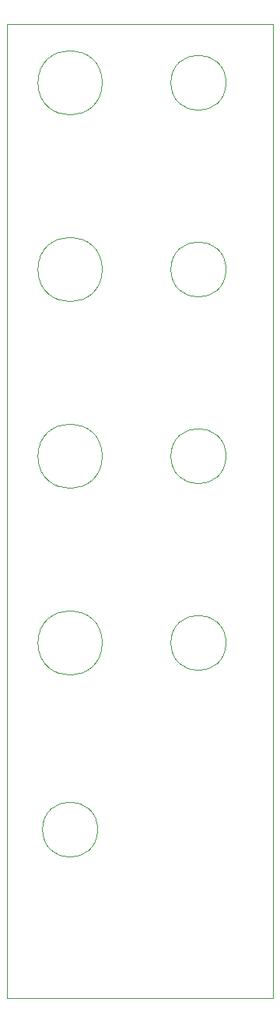
<source format=gbr>
%TF.GenerationSoftware,KiCad,Pcbnew,8.0.1-8.0.1-1~ubuntu22.04.1*%
%TF.CreationDate,2024-04-11T11:20:39+02:00*%
%TF.ProjectId,HagiwoEurorackMixer_PCBOnly,48616769-776f-4457-9572-6f7261636b4d,rev?*%
%TF.SameCoordinates,Original*%
%TF.FileFunction,Profile,NP*%
%FSLAX46Y46*%
G04 Gerber Fmt 4.6, Leading zero omitted, Abs format (unit mm)*
G04 Created by KiCad (PCBNEW 8.0.1-8.0.1-1~ubuntu22.04.1) date 2024-04-11 11:20:39*
%MOMM*%
%LPD*%
G01*
G04 APERTURE LIST*
%TA.AperFunction,Profile*%
%ADD10C,0.100000*%
%TD*%
%TA.AperFunction,Profile*%
%ADD11C,0.050000*%
%TD*%
G04 APERTURE END LIST*
D10*
X92890000Y-114120000D02*
G75*
G02*
X86890000Y-114120000I-3000000J0D01*
G01*
X86890000Y-114120000D02*
G75*
G02*
X92890000Y-114120000I3000000J0D01*
G01*
X79420000Y-114120000D02*
G75*
G02*
X72420000Y-114120000I-3500000J0D01*
G01*
X72420000Y-114120000D02*
G75*
G02*
X79420000Y-114120000I3500000J0D01*
G01*
X78920000Y-134440000D02*
G75*
G02*
X72920000Y-134440000I-3000000J0D01*
G01*
X72920000Y-134440000D02*
G75*
G02*
X78920000Y-134440000I3000000J0D01*
G01*
X78920000Y-134440000D02*
G75*
G02*
X72920000Y-134440000I-3000000J0D01*
G01*
X72920000Y-134440000D02*
G75*
G02*
X78920000Y-134440000I3000000J0D01*
G01*
X92890000Y-53160000D02*
G75*
G02*
X86890000Y-53160000I-3000000J0D01*
G01*
X86890000Y-53160000D02*
G75*
G02*
X92890000Y-53160000I3000000J0D01*
G01*
X79420000Y-53160000D02*
G75*
G02*
X72420000Y-53160000I-3500000J0D01*
G01*
X72420000Y-53160000D02*
G75*
G02*
X79420000Y-53160000I3500000J0D01*
G01*
X79420000Y-53160000D02*
G75*
G02*
X72420000Y-53160000I-3500000J0D01*
G01*
X72420000Y-53160000D02*
G75*
G02*
X79420000Y-53160000I3500000J0D01*
G01*
D11*
X69040000Y-46810000D02*
X98040000Y-46810000D01*
X98040000Y-152810000D01*
X69040000Y-152810000D01*
X69040000Y-46810000D01*
D10*
X92890000Y-73480000D02*
G75*
G02*
X86890000Y-73480000I-3000000J0D01*
G01*
X86890000Y-73480000D02*
G75*
G02*
X92890000Y-73480000I3000000J0D01*
G01*
X79420000Y-93800000D02*
G75*
G02*
X72420000Y-93800000I-3500000J0D01*
G01*
X72420000Y-93800000D02*
G75*
G02*
X79420000Y-93800000I3500000J0D01*
G01*
X79420000Y-73480000D02*
G75*
G02*
X72420000Y-73480000I-3500000J0D01*
G01*
X72420000Y-73480000D02*
G75*
G02*
X79420000Y-73480000I3500000J0D01*
G01*
X92890000Y-93800000D02*
G75*
G02*
X86890000Y-93800000I-3000000J0D01*
G01*
X86890000Y-93800000D02*
G75*
G02*
X92890000Y-93800000I3000000J0D01*
G01*
X92890000Y-114120000D02*
G75*
G02*
X86890000Y-114120000I-3000000J0D01*
G01*
X86890000Y-114120000D02*
G75*
G02*
X92890000Y-114120000I3000000J0D01*
G01*
X79420000Y-93800000D02*
G75*
G02*
X72420000Y-93800000I-3500000J0D01*
G01*
X72420000Y-93800000D02*
G75*
G02*
X79420000Y-93800000I3500000J0D01*
G01*
X79420000Y-73480000D02*
G75*
G02*
X72420000Y-73480000I-3500000J0D01*
G01*
X72420000Y-73480000D02*
G75*
G02*
X79420000Y-73480000I3500000J0D01*
G01*
X92890000Y-73480000D02*
G75*
G02*
X86890000Y-73480000I-3000000J0D01*
G01*
X86890000Y-73480000D02*
G75*
G02*
X92890000Y-73480000I3000000J0D01*
G01*
X92890000Y-93800000D02*
G75*
G02*
X86890000Y-93800000I-3000000J0D01*
G01*
X86890000Y-93800000D02*
G75*
G02*
X92890000Y-93800000I3000000J0D01*
G01*
X92890000Y-53160000D02*
G75*
G02*
X86890000Y-53160000I-3000000J0D01*
G01*
X86890000Y-53160000D02*
G75*
G02*
X92890000Y-53160000I3000000J0D01*
G01*
X79420000Y-114120000D02*
G75*
G02*
X72420000Y-114120000I-3500000J0D01*
G01*
X72420000Y-114120000D02*
G75*
G02*
X79420000Y-114120000I3500000J0D01*
G01*
M02*

</source>
